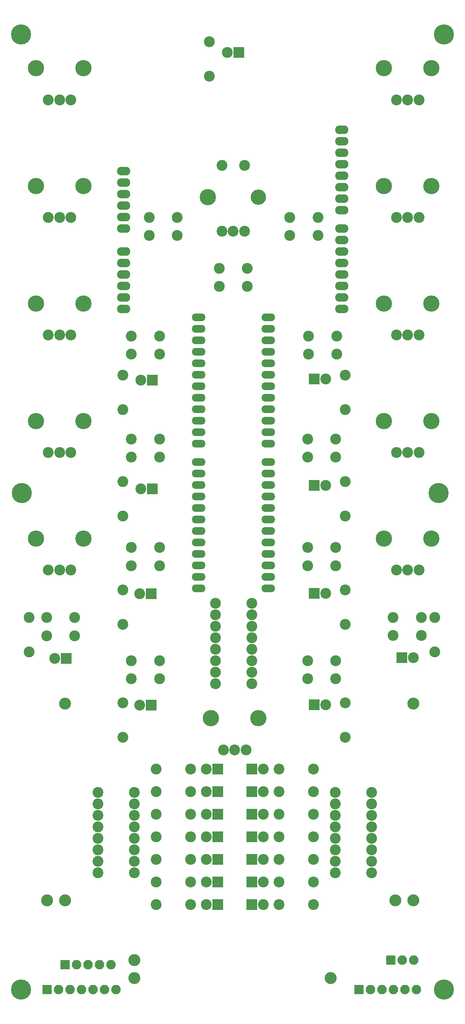
<source format=gbr>
G04 #@! TF.FileFunction,Soldermask,Bot*
%FSLAX46Y46*%
G04 Gerber Fmt 4.6, Leading zero omitted, Abs format (unit mm)*
G04 Created by KiCad (PCBNEW 4.0.6) date Thursday, July 05, 2018 'AMt' 01:22:21 AM*
%MOMM*%
%LPD*%
G01*
G04 APERTURE LIST*
%ADD10C,0.100000*%
%ADD11C,2.398980*%
%ADD12C,3.600000*%
%ADD13C,4.464000*%
%ADD14R,2.400000X2.400000*%
%ADD15C,2.400000*%
%ADD16O,2.940000X1.924000*%
%ADD17C,2.647900*%
%ADD18O,3.041600X1.720800*%
%ADD19C,3.400000*%
%ADD20R,2.100000X2.100000*%
%ADD21O,2.100000X2.100000*%
G04 APERTURE END LIST*
D10*
D11*
X127550000Y-68500000D03*
X121350000Y-68500000D03*
X127550000Y-64500000D03*
X121350000Y-64500000D03*
X127350000Y-115250000D03*
X121150000Y-115250000D03*
X127350000Y-111250000D03*
X121150000Y-111250000D03*
D12*
X148500000Y-5250000D03*
D11*
X143250000Y-12250000D03*
X145750000Y-12250000D03*
X140750000Y-12250000D03*
D12*
X138000000Y-5250000D03*
D11*
X100740000Y-123610000D03*
X100740000Y-126150000D03*
X100740000Y-128690000D03*
X100740000Y-131230000D03*
X100740000Y-133770000D03*
X100740000Y-136310000D03*
X100740000Y-138850000D03*
X100740000Y-141390000D03*
X108760000Y-141390000D03*
X108760000Y-138850000D03*
X108760000Y-136310000D03*
X108760000Y-133770000D03*
X108760000Y-131230000D03*
X108760000Y-128690000D03*
X108760000Y-126150000D03*
X108760000Y-123610000D03*
D13*
X57900000Y-99200000D03*
X150100000Y-99200000D03*
X57750000Y-209000000D03*
X151250000Y-209000000D03*
X151250000Y2250000D03*
D14*
X67750000Y-135750000D03*
D15*
X65210000Y-135750000D03*
D14*
X86550000Y-146100000D03*
D15*
X84010000Y-146100000D03*
D14*
X86500000Y-121500000D03*
D15*
X83960000Y-121500000D03*
D14*
X86750000Y-98250000D03*
D15*
X84210000Y-98250000D03*
D14*
X86750000Y-74250000D03*
D15*
X84210000Y-74250000D03*
D14*
X105900000Y-1750000D03*
D15*
X103360000Y-1750000D03*
D14*
X142000000Y-135600000D03*
D15*
X144540000Y-135600000D03*
D14*
X122600000Y-146000000D03*
D15*
X125140000Y-146000000D03*
D14*
X122600000Y-121400000D03*
D15*
X125140000Y-121400000D03*
D14*
X122600000Y-97500000D03*
D15*
X125140000Y-97500000D03*
D14*
X122600000Y-74000000D03*
D15*
X125140000Y-74000000D03*
D11*
X59500000Y-126750000D03*
X59500000Y-134370000D03*
X80250000Y-153250000D03*
X80250000Y-145630000D03*
X80250000Y-128250000D03*
X80250000Y-120630000D03*
X80250000Y-104250000D03*
X80250000Y-96630000D03*
X80250000Y-80750000D03*
X80250000Y-73130000D03*
X99400000Y-7000000D03*
X99400000Y620000D03*
X149250000Y-126750000D03*
X149250000Y-134370000D03*
X129450000Y-153250000D03*
X129450000Y-145630000D03*
X129450000Y-128250000D03*
X129450000Y-120630000D03*
X129450000Y-104250000D03*
X129450000Y-96630000D03*
X129450000Y-80750000D03*
X129450000Y-73130000D03*
X95250000Y-190250000D03*
X87630000Y-190250000D03*
X95250000Y-185250000D03*
X87630000Y-185250000D03*
X95250000Y-180250000D03*
X87630000Y-180250000D03*
X95250000Y-175250000D03*
X87630000Y-175250000D03*
X95250000Y-170250000D03*
X87630000Y-170250000D03*
X95250000Y-165250000D03*
X87630000Y-165250000D03*
X95250000Y-160250000D03*
X87630000Y-160250000D03*
X114750000Y-190250000D03*
X122370000Y-190250000D03*
X114750000Y-185250000D03*
X122370000Y-185250000D03*
X114750000Y-180250000D03*
X122370000Y-180250000D03*
X114750000Y-175250000D03*
X122370000Y-175250000D03*
X114750000Y-170250000D03*
X122370000Y-170250000D03*
X114750000Y-165250000D03*
X122370000Y-165250000D03*
X114750000Y-160250000D03*
X122370000Y-160250000D03*
D16*
X80390000Y-58500000D03*
X80390000Y-55960000D03*
X80390000Y-53420000D03*
X80390000Y-45800000D03*
X80390000Y-48340000D03*
X80390000Y-50880000D03*
X80390000Y-40720000D03*
X80390000Y-38180000D03*
X80390000Y-35640000D03*
X80390000Y-30560000D03*
X80390000Y-28020000D03*
X128650000Y-58500000D03*
X128650000Y-55960000D03*
X128650000Y-53420000D03*
X128650000Y-50880000D03*
X128650000Y-48340000D03*
X128650000Y-45800000D03*
X128650000Y-43260000D03*
X128650000Y-40720000D03*
X128650000Y-36656000D03*
X128650000Y-34116000D03*
X128650000Y-31576000D03*
X128650000Y-29036000D03*
X128650000Y-26496000D03*
X128650000Y-23956000D03*
X128650000Y-21416000D03*
X128650000Y-18876000D03*
X80390000Y-33100000D03*
D14*
X101250000Y-190250000D03*
D15*
X98710000Y-190250000D03*
D14*
X101250000Y-185250000D03*
D15*
X98710000Y-185250000D03*
D14*
X101250000Y-180250000D03*
D15*
X98710000Y-180250000D03*
D14*
X101250000Y-175250000D03*
D15*
X98710000Y-175250000D03*
D14*
X101250000Y-170250000D03*
D15*
X98710000Y-170250000D03*
D14*
X101250000Y-165250000D03*
D15*
X98710000Y-165250000D03*
D14*
X101250000Y-160250000D03*
D15*
X98710000Y-160250000D03*
D14*
X108750000Y-190250000D03*
D15*
X111290000Y-190250000D03*
D14*
X108750000Y-185250000D03*
D15*
X111290000Y-185250000D03*
D14*
X108750000Y-180250000D03*
D15*
X111290000Y-180250000D03*
D14*
X108750000Y-175250000D03*
D15*
X111290000Y-175250000D03*
D14*
X108750000Y-170250000D03*
D15*
X111290000Y-170250000D03*
D14*
X108750000Y-165250000D03*
D15*
X111290000Y-165250000D03*
D14*
X108750000Y-160250000D03*
D15*
X111290000Y-160250000D03*
D13*
X57750000Y2250000D03*
D17*
X144498980Y-145752520D03*
X144498980Y-189247480D03*
X140501020Y-189247480D03*
X126247480Y-206498980D03*
X82752520Y-206498980D03*
X82752520Y-202501020D03*
X67498980Y-145752520D03*
X67498980Y-189247480D03*
X63501020Y-189247480D03*
D11*
X127240000Y-165360000D03*
X127240000Y-167900000D03*
X127240000Y-170440000D03*
X127240000Y-172980000D03*
X127240000Y-175520000D03*
X127240000Y-178060000D03*
X127240000Y-180600000D03*
X127240000Y-183140000D03*
X135260000Y-183140000D03*
X135260000Y-180600000D03*
X135260000Y-178060000D03*
X135260000Y-175520000D03*
X135260000Y-172980000D03*
X135260000Y-170440000D03*
X135260000Y-167900000D03*
X135260000Y-165360000D03*
X82760000Y-183140000D03*
X82760000Y-180600000D03*
X82760000Y-178060000D03*
X82760000Y-175520000D03*
X82760000Y-172980000D03*
X82760000Y-170440000D03*
X82760000Y-167900000D03*
X82760000Y-165360000D03*
X74740000Y-165360000D03*
X74740000Y-167900000D03*
X74740000Y-170440000D03*
X74740000Y-172980000D03*
X74740000Y-175520000D03*
X74740000Y-178060000D03*
X74740000Y-180600000D03*
X74740000Y-183140000D03*
D18*
X96980000Y-92330000D03*
X96980000Y-94870000D03*
X96980000Y-97410000D03*
X96980000Y-99950000D03*
X96980000Y-102490000D03*
X96980000Y-105030000D03*
X96980000Y-107570000D03*
X96980000Y-110110000D03*
X96980000Y-112650000D03*
X96980000Y-115190000D03*
X96980000Y-117730000D03*
X96980000Y-120270000D03*
X112420000Y-120270000D03*
X112420000Y-117730000D03*
X112420000Y-115190000D03*
X112420000Y-112650000D03*
X112420000Y-110110000D03*
X112420000Y-107570000D03*
X112420000Y-105030000D03*
X112420000Y-102490000D03*
X112420000Y-99950000D03*
X112420000Y-97410000D03*
X112420000Y-94870000D03*
X112420000Y-92330000D03*
X96980000Y-60330000D03*
X96980000Y-62870000D03*
X96980000Y-65410000D03*
X96980000Y-67950000D03*
X96980000Y-70490000D03*
X96980000Y-73030000D03*
X96980000Y-75570000D03*
X96980000Y-78110000D03*
X96980000Y-80650000D03*
X96980000Y-83190000D03*
X96980000Y-85730000D03*
X96980000Y-88270000D03*
X112420000Y-88270000D03*
X112420000Y-85730000D03*
X112420000Y-83190000D03*
X112420000Y-80650000D03*
X112420000Y-78110000D03*
X112420000Y-75570000D03*
X112420000Y-73030000D03*
X112420000Y-70490000D03*
X112420000Y-67950000D03*
X112420000Y-65410000D03*
X112420000Y-62870000D03*
X112420000Y-60330000D03*
D12*
X71500000Y-5250000D03*
D11*
X66250000Y-12250000D03*
X68750000Y-12250000D03*
X63750000Y-12250000D03*
D12*
X61000000Y-5250000D03*
X71500000Y-31250000D03*
D11*
X66250000Y-38250000D03*
X68750000Y-38250000D03*
X63750000Y-38250000D03*
D12*
X61000000Y-31250000D03*
X71500000Y-57250000D03*
D11*
X66250000Y-64250000D03*
X68750000Y-64250000D03*
X63750000Y-64250000D03*
D12*
X61000000Y-57250000D03*
X71500000Y-83250000D03*
D11*
X66250000Y-90250000D03*
X68750000Y-90250000D03*
X63750000Y-90250000D03*
D12*
X61000000Y-83250000D03*
X71500000Y-109250000D03*
D11*
X66250000Y-116250000D03*
X68750000Y-116250000D03*
X63750000Y-116250000D03*
D12*
X61000000Y-109250000D03*
X110250000Y-149000000D03*
D11*
X105000000Y-156000000D03*
X107500000Y-156000000D03*
X102500000Y-156000000D03*
D12*
X99750000Y-149000000D03*
X148500000Y-109250000D03*
D11*
X143250000Y-116250000D03*
X145750000Y-116250000D03*
X140750000Y-116250000D03*
D12*
X138000000Y-109250000D03*
X148500000Y-83250000D03*
D11*
X143250000Y-90250000D03*
X145750000Y-90250000D03*
X140750000Y-90250000D03*
D12*
X138000000Y-83250000D03*
X148500000Y-57250000D03*
D11*
X143250000Y-64250000D03*
X145750000Y-64250000D03*
X140750000Y-64250000D03*
D12*
X138000000Y-57250000D03*
X148500000Y-31250000D03*
D11*
X143250000Y-38250000D03*
X145750000Y-38250000D03*
X140750000Y-38250000D03*
D12*
X138000000Y-31250000D03*
D11*
X92250000Y-42250000D03*
X86050000Y-42250000D03*
X92250000Y-38250000D03*
X86050000Y-38250000D03*
X107750000Y-53500000D03*
X101550000Y-53500000D03*
X107750000Y-49500000D03*
X101550000Y-49500000D03*
X123400000Y-42250000D03*
X117200000Y-42250000D03*
X123400000Y-38250000D03*
X117200000Y-38250000D03*
X88350000Y-68500000D03*
X82150000Y-68500000D03*
X88350000Y-64500000D03*
X82150000Y-64500000D03*
X88350000Y-91250000D03*
X82150000Y-91250000D03*
X88350000Y-87250000D03*
X82150000Y-87250000D03*
X88350000Y-115250000D03*
X82150000Y-115250000D03*
X88350000Y-111250000D03*
X82150000Y-111250000D03*
X88350000Y-140250000D03*
X82150000Y-140250000D03*
X88350000Y-136250000D03*
X82150000Y-136250000D03*
X69600000Y-130750000D03*
X63400000Y-130750000D03*
X69600000Y-126750000D03*
X63400000Y-126750000D03*
X127350000Y-140250000D03*
X121150000Y-140250000D03*
X127350000Y-136250000D03*
X121150000Y-136250000D03*
X146250000Y-130700000D03*
X140050000Y-130700000D03*
X146250000Y-126700000D03*
X140050000Y-126700000D03*
X127350000Y-91250000D03*
X121150000Y-91250000D03*
X127350000Y-87250000D03*
X121150000Y-87250000D03*
X102150000Y-26750000D03*
X102150000Y-41250000D03*
X104650000Y-41250000D03*
X107150000Y-41250000D03*
X107150000Y-26750000D03*
D19*
X110250000Y-33750000D03*
D12*
X99050000Y-33750000D03*
D20*
X67500000Y-203500000D03*
D21*
X70040000Y-203500000D03*
X72580000Y-203500000D03*
X75120000Y-203500000D03*
X77660000Y-203500000D03*
D20*
X132500000Y-209000000D03*
D21*
X135040000Y-209000000D03*
X137580000Y-209000000D03*
X140120000Y-209000000D03*
X142660000Y-209000000D03*
X145200000Y-209000000D03*
D20*
X63500000Y-209000000D03*
D21*
X66040000Y-209000000D03*
X68580000Y-209000000D03*
X71120000Y-209000000D03*
X73660000Y-209000000D03*
X76200000Y-209000000D03*
X78740000Y-209000000D03*
D20*
X139500000Y-202500000D03*
D21*
X142040000Y-202500000D03*
X144580000Y-202500000D03*
M02*

</source>
